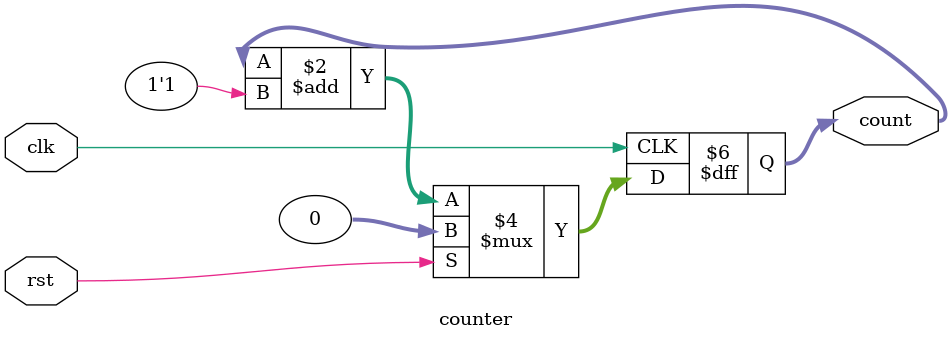
<source format=sv>
module counter
(
    input logic rst, clk,
    output logic[31:0] count
);

always_ff@(posedge clk)
begin 
    if(rst)
    begin
        count <= 0;
    end
    else 
    begin
        count <= count + 1'b1;
    end
end 

endmodule

</source>
